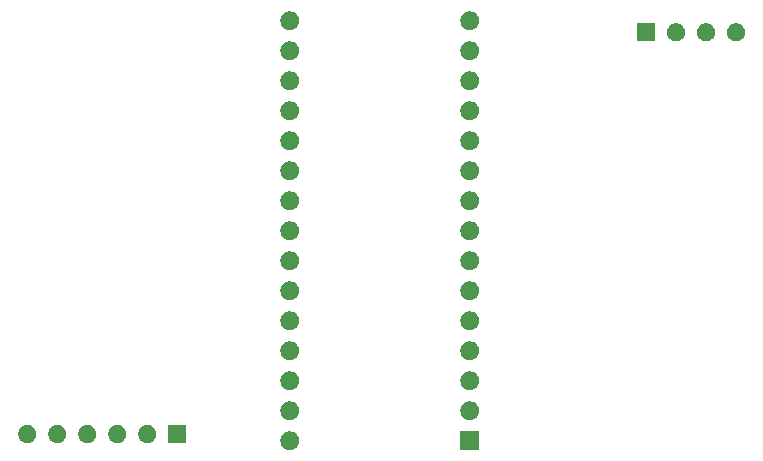
<source format=gts>
G04 #@! TF.GenerationSoftware,KiCad,Pcbnew,9.0.2*
G04 #@! TF.CreationDate,2025-07-10T23:05:19-07:00*
G04 #@! TF.ProjectId,Digi-Clock,44696769-2d43-46c6-9f63-6b2e6b696361,rev?*
G04 #@! TF.SameCoordinates,Original*
G04 #@! TF.FileFunction,Soldermask,Top*
G04 #@! TF.FilePolarity,Negative*
%FSLAX46Y46*%
G04 Gerber Fmt 4.6, Leading zero omitted, Abs format (unit mm)*
G04 Created by KiCad (PCBNEW 9.0.2) date 2025-07-10 23:05:19*
%MOMM*%
%LPD*%
G01*
G04 APERTURE LIST*
G04 APERTURE END LIST*
G36*
X170345000Y-98360000D02*
G01*
X168745000Y-98360000D01*
X168745000Y-96760000D01*
X170345000Y-96760000D01*
X170345000Y-98360000D01*
G37*
G36*
X154537228Y-96794448D02*
G01*
X154682117Y-96854463D01*
X154812515Y-96941592D01*
X154923408Y-97052485D01*
X155010537Y-97182883D01*
X155070552Y-97327772D01*
X155101148Y-97481586D01*
X155101148Y-97638414D01*
X155070552Y-97792228D01*
X155010537Y-97937117D01*
X154923408Y-98067515D01*
X154812515Y-98178408D01*
X154682117Y-98265537D01*
X154537228Y-98325552D01*
X154383414Y-98356148D01*
X154226586Y-98356148D01*
X154072772Y-98325552D01*
X153927883Y-98265537D01*
X153797485Y-98178408D01*
X153686592Y-98067515D01*
X153599463Y-97937117D01*
X153539448Y-97792228D01*
X153508852Y-97638414D01*
X153508852Y-97481586D01*
X153539448Y-97327772D01*
X153599463Y-97182883D01*
X153686592Y-97052485D01*
X153797485Y-96941592D01*
X153927883Y-96854463D01*
X154072772Y-96794448D01*
X154226586Y-96763852D01*
X154383414Y-96763852D01*
X154537228Y-96794448D01*
G37*
G36*
X145560000Y-97770000D02*
G01*
X144020000Y-97770000D01*
X144020000Y-96230000D01*
X145560000Y-96230000D01*
X145560000Y-97770000D01*
G37*
G36*
X132313519Y-96263156D02*
G01*
X132452975Y-96320921D01*
X132578483Y-96404782D01*
X132685218Y-96511517D01*
X132769079Y-96637025D01*
X132826844Y-96776481D01*
X132856292Y-96924527D01*
X132856292Y-97075473D01*
X132826844Y-97223519D01*
X132769079Y-97362975D01*
X132685218Y-97488483D01*
X132578483Y-97595218D01*
X132452975Y-97679079D01*
X132313519Y-97736844D01*
X132165473Y-97766292D01*
X132014527Y-97766292D01*
X131866481Y-97736844D01*
X131727025Y-97679079D01*
X131601517Y-97595218D01*
X131494782Y-97488483D01*
X131410921Y-97362975D01*
X131353156Y-97223519D01*
X131323708Y-97075473D01*
X131323708Y-96924527D01*
X131353156Y-96776481D01*
X131410921Y-96637025D01*
X131494782Y-96511517D01*
X131601517Y-96404782D01*
X131727025Y-96320921D01*
X131866481Y-96263156D01*
X132014527Y-96233708D01*
X132165473Y-96233708D01*
X132313519Y-96263156D01*
G37*
G36*
X134853519Y-96263156D02*
G01*
X134992975Y-96320921D01*
X135118483Y-96404782D01*
X135225218Y-96511517D01*
X135309079Y-96637025D01*
X135366844Y-96776481D01*
X135396292Y-96924527D01*
X135396292Y-97075473D01*
X135366844Y-97223519D01*
X135309079Y-97362975D01*
X135225218Y-97488483D01*
X135118483Y-97595218D01*
X134992975Y-97679079D01*
X134853519Y-97736844D01*
X134705473Y-97766292D01*
X134554527Y-97766292D01*
X134406481Y-97736844D01*
X134267025Y-97679079D01*
X134141517Y-97595218D01*
X134034782Y-97488483D01*
X133950921Y-97362975D01*
X133893156Y-97223519D01*
X133863708Y-97075473D01*
X133863708Y-96924527D01*
X133893156Y-96776481D01*
X133950921Y-96637025D01*
X134034782Y-96511517D01*
X134141517Y-96404782D01*
X134267025Y-96320921D01*
X134406481Y-96263156D01*
X134554527Y-96233708D01*
X134705473Y-96233708D01*
X134853519Y-96263156D01*
G37*
G36*
X137393519Y-96263156D02*
G01*
X137532975Y-96320921D01*
X137658483Y-96404782D01*
X137765218Y-96511517D01*
X137849079Y-96637025D01*
X137906844Y-96776481D01*
X137936292Y-96924527D01*
X137936292Y-97075473D01*
X137906844Y-97223519D01*
X137849079Y-97362975D01*
X137765218Y-97488483D01*
X137658483Y-97595218D01*
X137532975Y-97679079D01*
X137393519Y-97736844D01*
X137245473Y-97766292D01*
X137094527Y-97766292D01*
X136946481Y-97736844D01*
X136807025Y-97679079D01*
X136681517Y-97595218D01*
X136574782Y-97488483D01*
X136490921Y-97362975D01*
X136433156Y-97223519D01*
X136403708Y-97075473D01*
X136403708Y-96924527D01*
X136433156Y-96776481D01*
X136490921Y-96637025D01*
X136574782Y-96511517D01*
X136681517Y-96404782D01*
X136807025Y-96320921D01*
X136946481Y-96263156D01*
X137094527Y-96233708D01*
X137245473Y-96233708D01*
X137393519Y-96263156D01*
G37*
G36*
X139933519Y-96263156D02*
G01*
X140072975Y-96320921D01*
X140198483Y-96404782D01*
X140305218Y-96511517D01*
X140389079Y-96637025D01*
X140446844Y-96776481D01*
X140476292Y-96924527D01*
X140476292Y-97075473D01*
X140446844Y-97223519D01*
X140389079Y-97362975D01*
X140305218Y-97488483D01*
X140198483Y-97595218D01*
X140072975Y-97679079D01*
X139933519Y-97736844D01*
X139785473Y-97766292D01*
X139634527Y-97766292D01*
X139486481Y-97736844D01*
X139347025Y-97679079D01*
X139221517Y-97595218D01*
X139114782Y-97488483D01*
X139030921Y-97362975D01*
X138973156Y-97223519D01*
X138943708Y-97075473D01*
X138943708Y-96924527D01*
X138973156Y-96776481D01*
X139030921Y-96637025D01*
X139114782Y-96511517D01*
X139221517Y-96404782D01*
X139347025Y-96320921D01*
X139486481Y-96263156D01*
X139634527Y-96233708D01*
X139785473Y-96233708D01*
X139933519Y-96263156D01*
G37*
G36*
X142473519Y-96263156D02*
G01*
X142612975Y-96320921D01*
X142738483Y-96404782D01*
X142845218Y-96511517D01*
X142929079Y-96637025D01*
X142986844Y-96776481D01*
X143016292Y-96924527D01*
X143016292Y-97075473D01*
X142986844Y-97223519D01*
X142929079Y-97362975D01*
X142845218Y-97488483D01*
X142738483Y-97595218D01*
X142612975Y-97679079D01*
X142473519Y-97736844D01*
X142325473Y-97766292D01*
X142174527Y-97766292D01*
X142026481Y-97736844D01*
X141887025Y-97679079D01*
X141761517Y-97595218D01*
X141654782Y-97488483D01*
X141570921Y-97362975D01*
X141513156Y-97223519D01*
X141483708Y-97075473D01*
X141483708Y-96924527D01*
X141513156Y-96776481D01*
X141570921Y-96637025D01*
X141654782Y-96511517D01*
X141761517Y-96404782D01*
X141887025Y-96320921D01*
X142026481Y-96263156D01*
X142174527Y-96233708D01*
X142325473Y-96233708D01*
X142473519Y-96263156D01*
G37*
G36*
X154537228Y-94254448D02*
G01*
X154682117Y-94314463D01*
X154812515Y-94401592D01*
X154923408Y-94512485D01*
X155010537Y-94642883D01*
X155070552Y-94787772D01*
X155101148Y-94941586D01*
X155101148Y-95098414D01*
X155070552Y-95252228D01*
X155010537Y-95397117D01*
X154923408Y-95527515D01*
X154812515Y-95638408D01*
X154682117Y-95725537D01*
X154537228Y-95785552D01*
X154383414Y-95816148D01*
X154226586Y-95816148D01*
X154072772Y-95785552D01*
X153927883Y-95725537D01*
X153797485Y-95638408D01*
X153686592Y-95527515D01*
X153599463Y-95397117D01*
X153539448Y-95252228D01*
X153508852Y-95098414D01*
X153508852Y-94941586D01*
X153539448Y-94787772D01*
X153599463Y-94642883D01*
X153686592Y-94512485D01*
X153797485Y-94401592D01*
X153927883Y-94314463D01*
X154072772Y-94254448D01*
X154226586Y-94223852D01*
X154383414Y-94223852D01*
X154537228Y-94254448D01*
G37*
G36*
X169777228Y-94254448D02*
G01*
X169922117Y-94314463D01*
X170052515Y-94401592D01*
X170163408Y-94512485D01*
X170250537Y-94642883D01*
X170310552Y-94787772D01*
X170341148Y-94941586D01*
X170341148Y-95098414D01*
X170310552Y-95252228D01*
X170250537Y-95397117D01*
X170163408Y-95527515D01*
X170052515Y-95638408D01*
X169922117Y-95725537D01*
X169777228Y-95785552D01*
X169623414Y-95816148D01*
X169466586Y-95816148D01*
X169312772Y-95785552D01*
X169167883Y-95725537D01*
X169037485Y-95638408D01*
X168926592Y-95527515D01*
X168839463Y-95397117D01*
X168779448Y-95252228D01*
X168748852Y-95098414D01*
X168748852Y-94941586D01*
X168779448Y-94787772D01*
X168839463Y-94642883D01*
X168926592Y-94512485D01*
X169037485Y-94401592D01*
X169167883Y-94314463D01*
X169312772Y-94254448D01*
X169466586Y-94223852D01*
X169623414Y-94223852D01*
X169777228Y-94254448D01*
G37*
G36*
X154537228Y-91714448D02*
G01*
X154682117Y-91774463D01*
X154812515Y-91861592D01*
X154923408Y-91972485D01*
X155010537Y-92102883D01*
X155070552Y-92247772D01*
X155101148Y-92401586D01*
X155101148Y-92558414D01*
X155070552Y-92712228D01*
X155010537Y-92857117D01*
X154923408Y-92987515D01*
X154812515Y-93098408D01*
X154682117Y-93185537D01*
X154537228Y-93245552D01*
X154383414Y-93276148D01*
X154226586Y-93276148D01*
X154072772Y-93245552D01*
X153927883Y-93185537D01*
X153797485Y-93098408D01*
X153686592Y-92987515D01*
X153599463Y-92857117D01*
X153539448Y-92712228D01*
X153508852Y-92558414D01*
X153508852Y-92401586D01*
X153539448Y-92247772D01*
X153599463Y-92102883D01*
X153686592Y-91972485D01*
X153797485Y-91861592D01*
X153927883Y-91774463D01*
X154072772Y-91714448D01*
X154226586Y-91683852D01*
X154383414Y-91683852D01*
X154537228Y-91714448D01*
G37*
G36*
X169777228Y-91714448D02*
G01*
X169922117Y-91774463D01*
X170052515Y-91861592D01*
X170163408Y-91972485D01*
X170250537Y-92102883D01*
X170310552Y-92247772D01*
X170341148Y-92401586D01*
X170341148Y-92558414D01*
X170310552Y-92712228D01*
X170250537Y-92857117D01*
X170163408Y-92987515D01*
X170052515Y-93098408D01*
X169922117Y-93185537D01*
X169777228Y-93245552D01*
X169623414Y-93276148D01*
X169466586Y-93276148D01*
X169312772Y-93245552D01*
X169167883Y-93185537D01*
X169037485Y-93098408D01*
X168926592Y-92987515D01*
X168839463Y-92857117D01*
X168779448Y-92712228D01*
X168748852Y-92558414D01*
X168748852Y-92401586D01*
X168779448Y-92247772D01*
X168839463Y-92102883D01*
X168926592Y-91972485D01*
X169037485Y-91861592D01*
X169167883Y-91774463D01*
X169312772Y-91714448D01*
X169466586Y-91683852D01*
X169623414Y-91683852D01*
X169777228Y-91714448D01*
G37*
G36*
X154537228Y-89174448D02*
G01*
X154682117Y-89234463D01*
X154812515Y-89321592D01*
X154923408Y-89432485D01*
X155010537Y-89562883D01*
X155070552Y-89707772D01*
X155101148Y-89861586D01*
X155101148Y-90018414D01*
X155070552Y-90172228D01*
X155010537Y-90317117D01*
X154923408Y-90447515D01*
X154812515Y-90558408D01*
X154682117Y-90645537D01*
X154537228Y-90705552D01*
X154383414Y-90736148D01*
X154226586Y-90736148D01*
X154072772Y-90705552D01*
X153927883Y-90645537D01*
X153797485Y-90558408D01*
X153686592Y-90447515D01*
X153599463Y-90317117D01*
X153539448Y-90172228D01*
X153508852Y-90018414D01*
X153508852Y-89861586D01*
X153539448Y-89707772D01*
X153599463Y-89562883D01*
X153686592Y-89432485D01*
X153797485Y-89321592D01*
X153927883Y-89234463D01*
X154072772Y-89174448D01*
X154226586Y-89143852D01*
X154383414Y-89143852D01*
X154537228Y-89174448D01*
G37*
G36*
X169777228Y-89174448D02*
G01*
X169922117Y-89234463D01*
X170052515Y-89321592D01*
X170163408Y-89432485D01*
X170250537Y-89562883D01*
X170310552Y-89707772D01*
X170341148Y-89861586D01*
X170341148Y-90018414D01*
X170310552Y-90172228D01*
X170250537Y-90317117D01*
X170163408Y-90447515D01*
X170052515Y-90558408D01*
X169922117Y-90645537D01*
X169777228Y-90705552D01*
X169623414Y-90736148D01*
X169466586Y-90736148D01*
X169312772Y-90705552D01*
X169167883Y-90645537D01*
X169037485Y-90558408D01*
X168926592Y-90447515D01*
X168839463Y-90317117D01*
X168779448Y-90172228D01*
X168748852Y-90018414D01*
X168748852Y-89861586D01*
X168779448Y-89707772D01*
X168839463Y-89562883D01*
X168926592Y-89432485D01*
X169037485Y-89321592D01*
X169167883Y-89234463D01*
X169312772Y-89174448D01*
X169466586Y-89143852D01*
X169623414Y-89143852D01*
X169777228Y-89174448D01*
G37*
G36*
X154537228Y-86634448D02*
G01*
X154682117Y-86694463D01*
X154812515Y-86781592D01*
X154923408Y-86892485D01*
X155010537Y-87022883D01*
X155070552Y-87167772D01*
X155101148Y-87321586D01*
X155101148Y-87478414D01*
X155070552Y-87632228D01*
X155010537Y-87777117D01*
X154923408Y-87907515D01*
X154812515Y-88018408D01*
X154682117Y-88105537D01*
X154537228Y-88165552D01*
X154383414Y-88196148D01*
X154226586Y-88196148D01*
X154072772Y-88165552D01*
X153927883Y-88105537D01*
X153797485Y-88018408D01*
X153686592Y-87907515D01*
X153599463Y-87777117D01*
X153539448Y-87632228D01*
X153508852Y-87478414D01*
X153508852Y-87321586D01*
X153539448Y-87167772D01*
X153599463Y-87022883D01*
X153686592Y-86892485D01*
X153797485Y-86781592D01*
X153927883Y-86694463D01*
X154072772Y-86634448D01*
X154226586Y-86603852D01*
X154383414Y-86603852D01*
X154537228Y-86634448D01*
G37*
G36*
X169777228Y-86634448D02*
G01*
X169922117Y-86694463D01*
X170052515Y-86781592D01*
X170163408Y-86892485D01*
X170250537Y-87022883D01*
X170310552Y-87167772D01*
X170341148Y-87321586D01*
X170341148Y-87478414D01*
X170310552Y-87632228D01*
X170250537Y-87777117D01*
X170163408Y-87907515D01*
X170052515Y-88018408D01*
X169922117Y-88105537D01*
X169777228Y-88165552D01*
X169623414Y-88196148D01*
X169466586Y-88196148D01*
X169312772Y-88165552D01*
X169167883Y-88105537D01*
X169037485Y-88018408D01*
X168926592Y-87907515D01*
X168839463Y-87777117D01*
X168779448Y-87632228D01*
X168748852Y-87478414D01*
X168748852Y-87321586D01*
X168779448Y-87167772D01*
X168839463Y-87022883D01*
X168926592Y-86892485D01*
X169037485Y-86781592D01*
X169167883Y-86694463D01*
X169312772Y-86634448D01*
X169466586Y-86603852D01*
X169623414Y-86603852D01*
X169777228Y-86634448D01*
G37*
G36*
X154537228Y-84094448D02*
G01*
X154682117Y-84154463D01*
X154812515Y-84241592D01*
X154923408Y-84352485D01*
X155010537Y-84482883D01*
X155070552Y-84627772D01*
X155101148Y-84781586D01*
X155101148Y-84938414D01*
X155070552Y-85092228D01*
X155010537Y-85237117D01*
X154923408Y-85367515D01*
X154812515Y-85478408D01*
X154682117Y-85565537D01*
X154537228Y-85625552D01*
X154383414Y-85656148D01*
X154226586Y-85656148D01*
X154072772Y-85625552D01*
X153927883Y-85565537D01*
X153797485Y-85478408D01*
X153686592Y-85367515D01*
X153599463Y-85237117D01*
X153539448Y-85092228D01*
X153508852Y-84938414D01*
X153508852Y-84781586D01*
X153539448Y-84627772D01*
X153599463Y-84482883D01*
X153686592Y-84352485D01*
X153797485Y-84241592D01*
X153927883Y-84154463D01*
X154072772Y-84094448D01*
X154226586Y-84063852D01*
X154383414Y-84063852D01*
X154537228Y-84094448D01*
G37*
G36*
X169777228Y-84094448D02*
G01*
X169922117Y-84154463D01*
X170052515Y-84241592D01*
X170163408Y-84352485D01*
X170250537Y-84482883D01*
X170310552Y-84627772D01*
X170341148Y-84781586D01*
X170341148Y-84938414D01*
X170310552Y-85092228D01*
X170250537Y-85237117D01*
X170163408Y-85367515D01*
X170052515Y-85478408D01*
X169922117Y-85565537D01*
X169777228Y-85625552D01*
X169623414Y-85656148D01*
X169466586Y-85656148D01*
X169312772Y-85625552D01*
X169167883Y-85565537D01*
X169037485Y-85478408D01*
X168926592Y-85367515D01*
X168839463Y-85237117D01*
X168779448Y-85092228D01*
X168748852Y-84938414D01*
X168748852Y-84781586D01*
X168779448Y-84627772D01*
X168839463Y-84482883D01*
X168926592Y-84352485D01*
X169037485Y-84241592D01*
X169167883Y-84154463D01*
X169312772Y-84094448D01*
X169466586Y-84063852D01*
X169623414Y-84063852D01*
X169777228Y-84094448D01*
G37*
G36*
X154537228Y-81554448D02*
G01*
X154682117Y-81614463D01*
X154812515Y-81701592D01*
X154923408Y-81812485D01*
X155010537Y-81942883D01*
X155070552Y-82087772D01*
X155101148Y-82241586D01*
X155101148Y-82398414D01*
X155070552Y-82552228D01*
X155010537Y-82697117D01*
X154923408Y-82827515D01*
X154812515Y-82938408D01*
X154682117Y-83025537D01*
X154537228Y-83085552D01*
X154383414Y-83116148D01*
X154226586Y-83116148D01*
X154072772Y-83085552D01*
X153927883Y-83025537D01*
X153797485Y-82938408D01*
X153686592Y-82827515D01*
X153599463Y-82697117D01*
X153539448Y-82552228D01*
X153508852Y-82398414D01*
X153508852Y-82241586D01*
X153539448Y-82087772D01*
X153599463Y-81942883D01*
X153686592Y-81812485D01*
X153797485Y-81701592D01*
X153927883Y-81614463D01*
X154072772Y-81554448D01*
X154226586Y-81523852D01*
X154383414Y-81523852D01*
X154537228Y-81554448D01*
G37*
G36*
X169777228Y-81554448D02*
G01*
X169922117Y-81614463D01*
X170052515Y-81701592D01*
X170163408Y-81812485D01*
X170250537Y-81942883D01*
X170310552Y-82087772D01*
X170341148Y-82241586D01*
X170341148Y-82398414D01*
X170310552Y-82552228D01*
X170250537Y-82697117D01*
X170163408Y-82827515D01*
X170052515Y-82938408D01*
X169922117Y-83025537D01*
X169777228Y-83085552D01*
X169623414Y-83116148D01*
X169466586Y-83116148D01*
X169312772Y-83085552D01*
X169167883Y-83025537D01*
X169037485Y-82938408D01*
X168926592Y-82827515D01*
X168839463Y-82697117D01*
X168779448Y-82552228D01*
X168748852Y-82398414D01*
X168748852Y-82241586D01*
X168779448Y-82087772D01*
X168839463Y-81942883D01*
X168926592Y-81812485D01*
X169037485Y-81701592D01*
X169167883Y-81614463D01*
X169312772Y-81554448D01*
X169466586Y-81523852D01*
X169623414Y-81523852D01*
X169777228Y-81554448D01*
G37*
G36*
X154537228Y-79014448D02*
G01*
X154682117Y-79074463D01*
X154812515Y-79161592D01*
X154923408Y-79272485D01*
X155010537Y-79402883D01*
X155070552Y-79547772D01*
X155101148Y-79701586D01*
X155101148Y-79858414D01*
X155070552Y-80012228D01*
X155010537Y-80157117D01*
X154923408Y-80287515D01*
X154812515Y-80398408D01*
X154682117Y-80485537D01*
X154537228Y-80545552D01*
X154383414Y-80576148D01*
X154226586Y-80576148D01*
X154072772Y-80545552D01*
X153927883Y-80485537D01*
X153797485Y-80398408D01*
X153686592Y-80287515D01*
X153599463Y-80157117D01*
X153539448Y-80012228D01*
X153508852Y-79858414D01*
X153508852Y-79701586D01*
X153539448Y-79547772D01*
X153599463Y-79402883D01*
X153686592Y-79272485D01*
X153797485Y-79161592D01*
X153927883Y-79074463D01*
X154072772Y-79014448D01*
X154226586Y-78983852D01*
X154383414Y-78983852D01*
X154537228Y-79014448D01*
G37*
G36*
X169777228Y-79014448D02*
G01*
X169922117Y-79074463D01*
X170052515Y-79161592D01*
X170163408Y-79272485D01*
X170250537Y-79402883D01*
X170310552Y-79547772D01*
X170341148Y-79701586D01*
X170341148Y-79858414D01*
X170310552Y-80012228D01*
X170250537Y-80157117D01*
X170163408Y-80287515D01*
X170052515Y-80398408D01*
X169922117Y-80485537D01*
X169777228Y-80545552D01*
X169623414Y-80576148D01*
X169466586Y-80576148D01*
X169312772Y-80545552D01*
X169167883Y-80485537D01*
X169037485Y-80398408D01*
X168926592Y-80287515D01*
X168839463Y-80157117D01*
X168779448Y-80012228D01*
X168748852Y-79858414D01*
X168748852Y-79701586D01*
X168779448Y-79547772D01*
X168839463Y-79402883D01*
X168926592Y-79272485D01*
X169037485Y-79161592D01*
X169167883Y-79074463D01*
X169312772Y-79014448D01*
X169466586Y-78983852D01*
X169623414Y-78983852D01*
X169777228Y-79014448D01*
G37*
G36*
X154537228Y-76474448D02*
G01*
X154682117Y-76534463D01*
X154812515Y-76621592D01*
X154923408Y-76732485D01*
X155010537Y-76862883D01*
X155070552Y-77007772D01*
X155101148Y-77161586D01*
X155101148Y-77318414D01*
X155070552Y-77472228D01*
X155010537Y-77617117D01*
X154923408Y-77747515D01*
X154812515Y-77858408D01*
X154682117Y-77945537D01*
X154537228Y-78005552D01*
X154383414Y-78036148D01*
X154226586Y-78036148D01*
X154072772Y-78005552D01*
X153927883Y-77945537D01*
X153797485Y-77858408D01*
X153686592Y-77747515D01*
X153599463Y-77617117D01*
X153539448Y-77472228D01*
X153508852Y-77318414D01*
X153508852Y-77161586D01*
X153539448Y-77007772D01*
X153599463Y-76862883D01*
X153686592Y-76732485D01*
X153797485Y-76621592D01*
X153927883Y-76534463D01*
X154072772Y-76474448D01*
X154226586Y-76443852D01*
X154383414Y-76443852D01*
X154537228Y-76474448D01*
G37*
G36*
X169777228Y-76474448D02*
G01*
X169922117Y-76534463D01*
X170052515Y-76621592D01*
X170163408Y-76732485D01*
X170250537Y-76862883D01*
X170310552Y-77007772D01*
X170341148Y-77161586D01*
X170341148Y-77318414D01*
X170310552Y-77472228D01*
X170250537Y-77617117D01*
X170163408Y-77747515D01*
X170052515Y-77858408D01*
X169922117Y-77945537D01*
X169777228Y-78005552D01*
X169623414Y-78036148D01*
X169466586Y-78036148D01*
X169312772Y-78005552D01*
X169167883Y-77945537D01*
X169037485Y-77858408D01*
X168926592Y-77747515D01*
X168839463Y-77617117D01*
X168779448Y-77472228D01*
X168748852Y-77318414D01*
X168748852Y-77161586D01*
X168779448Y-77007772D01*
X168839463Y-76862883D01*
X168926592Y-76732485D01*
X169037485Y-76621592D01*
X169167883Y-76534463D01*
X169312772Y-76474448D01*
X169466586Y-76443852D01*
X169623414Y-76443852D01*
X169777228Y-76474448D01*
G37*
G36*
X154537228Y-73934448D02*
G01*
X154682117Y-73994463D01*
X154812515Y-74081592D01*
X154923408Y-74192485D01*
X155010537Y-74322883D01*
X155070552Y-74467772D01*
X155101148Y-74621586D01*
X155101148Y-74778414D01*
X155070552Y-74932228D01*
X155010537Y-75077117D01*
X154923408Y-75207515D01*
X154812515Y-75318408D01*
X154682117Y-75405537D01*
X154537228Y-75465552D01*
X154383414Y-75496148D01*
X154226586Y-75496148D01*
X154072772Y-75465552D01*
X153927883Y-75405537D01*
X153797485Y-75318408D01*
X153686592Y-75207515D01*
X153599463Y-75077117D01*
X153539448Y-74932228D01*
X153508852Y-74778414D01*
X153508852Y-74621586D01*
X153539448Y-74467772D01*
X153599463Y-74322883D01*
X153686592Y-74192485D01*
X153797485Y-74081592D01*
X153927883Y-73994463D01*
X154072772Y-73934448D01*
X154226586Y-73903852D01*
X154383414Y-73903852D01*
X154537228Y-73934448D01*
G37*
G36*
X169777228Y-73934448D02*
G01*
X169922117Y-73994463D01*
X170052515Y-74081592D01*
X170163408Y-74192485D01*
X170250537Y-74322883D01*
X170310552Y-74467772D01*
X170341148Y-74621586D01*
X170341148Y-74778414D01*
X170310552Y-74932228D01*
X170250537Y-75077117D01*
X170163408Y-75207515D01*
X170052515Y-75318408D01*
X169922117Y-75405537D01*
X169777228Y-75465552D01*
X169623414Y-75496148D01*
X169466586Y-75496148D01*
X169312772Y-75465552D01*
X169167883Y-75405537D01*
X169037485Y-75318408D01*
X168926592Y-75207515D01*
X168839463Y-75077117D01*
X168779448Y-74932228D01*
X168748852Y-74778414D01*
X168748852Y-74621586D01*
X168779448Y-74467772D01*
X168839463Y-74322883D01*
X168926592Y-74192485D01*
X169037485Y-74081592D01*
X169167883Y-73994463D01*
X169312772Y-73934448D01*
X169466586Y-73903852D01*
X169623414Y-73903852D01*
X169777228Y-73934448D01*
G37*
G36*
X154537228Y-71394448D02*
G01*
X154682117Y-71454463D01*
X154812515Y-71541592D01*
X154923408Y-71652485D01*
X155010537Y-71782883D01*
X155070552Y-71927772D01*
X155101148Y-72081586D01*
X155101148Y-72238414D01*
X155070552Y-72392228D01*
X155010537Y-72537117D01*
X154923408Y-72667515D01*
X154812515Y-72778408D01*
X154682117Y-72865537D01*
X154537228Y-72925552D01*
X154383414Y-72956148D01*
X154226586Y-72956148D01*
X154072772Y-72925552D01*
X153927883Y-72865537D01*
X153797485Y-72778408D01*
X153686592Y-72667515D01*
X153599463Y-72537117D01*
X153539448Y-72392228D01*
X153508852Y-72238414D01*
X153508852Y-72081586D01*
X153539448Y-71927772D01*
X153599463Y-71782883D01*
X153686592Y-71652485D01*
X153797485Y-71541592D01*
X153927883Y-71454463D01*
X154072772Y-71394448D01*
X154226586Y-71363852D01*
X154383414Y-71363852D01*
X154537228Y-71394448D01*
G37*
G36*
X169777228Y-71394448D02*
G01*
X169922117Y-71454463D01*
X170052515Y-71541592D01*
X170163408Y-71652485D01*
X170250537Y-71782883D01*
X170310552Y-71927772D01*
X170341148Y-72081586D01*
X170341148Y-72238414D01*
X170310552Y-72392228D01*
X170250537Y-72537117D01*
X170163408Y-72667515D01*
X170052515Y-72778408D01*
X169922117Y-72865537D01*
X169777228Y-72925552D01*
X169623414Y-72956148D01*
X169466586Y-72956148D01*
X169312772Y-72925552D01*
X169167883Y-72865537D01*
X169037485Y-72778408D01*
X168926592Y-72667515D01*
X168839463Y-72537117D01*
X168779448Y-72392228D01*
X168748852Y-72238414D01*
X168748852Y-72081586D01*
X168779448Y-71927772D01*
X168839463Y-71782883D01*
X168926592Y-71652485D01*
X169037485Y-71541592D01*
X169167883Y-71454463D01*
X169312772Y-71394448D01*
X169466586Y-71363852D01*
X169623414Y-71363852D01*
X169777228Y-71394448D01*
G37*
G36*
X154537228Y-68854448D02*
G01*
X154682117Y-68914463D01*
X154812515Y-69001592D01*
X154923408Y-69112485D01*
X155010537Y-69242883D01*
X155070552Y-69387772D01*
X155101148Y-69541586D01*
X155101148Y-69698414D01*
X155070552Y-69852228D01*
X155010537Y-69997117D01*
X154923408Y-70127515D01*
X154812515Y-70238408D01*
X154682117Y-70325537D01*
X154537228Y-70385552D01*
X154383414Y-70416148D01*
X154226586Y-70416148D01*
X154072772Y-70385552D01*
X153927883Y-70325537D01*
X153797485Y-70238408D01*
X153686592Y-70127515D01*
X153599463Y-69997117D01*
X153539448Y-69852228D01*
X153508852Y-69698414D01*
X153508852Y-69541586D01*
X153539448Y-69387772D01*
X153599463Y-69242883D01*
X153686592Y-69112485D01*
X153797485Y-69001592D01*
X153927883Y-68914463D01*
X154072772Y-68854448D01*
X154226586Y-68823852D01*
X154383414Y-68823852D01*
X154537228Y-68854448D01*
G37*
G36*
X169777228Y-68854448D02*
G01*
X169922117Y-68914463D01*
X170052515Y-69001592D01*
X170163408Y-69112485D01*
X170250537Y-69242883D01*
X170310552Y-69387772D01*
X170341148Y-69541586D01*
X170341148Y-69698414D01*
X170310552Y-69852228D01*
X170250537Y-69997117D01*
X170163408Y-70127515D01*
X170052515Y-70238408D01*
X169922117Y-70325537D01*
X169777228Y-70385552D01*
X169623414Y-70416148D01*
X169466586Y-70416148D01*
X169312772Y-70385552D01*
X169167883Y-70325537D01*
X169037485Y-70238408D01*
X168926592Y-70127515D01*
X168839463Y-69997117D01*
X168779448Y-69852228D01*
X168748852Y-69698414D01*
X168748852Y-69541586D01*
X168779448Y-69387772D01*
X168839463Y-69242883D01*
X168926592Y-69112485D01*
X169037485Y-69001592D01*
X169167883Y-68914463D01*
X169312772Y-68854448D01*
X169466586Y-68823852D01*
X169623414Y-68823852D01*
X169777228Y-68854448D01*
G37*
G36*
X154537228Y-66314448D02*
G01*
X154682117Y-66374463D01*
X154812515Y-66461592D01*
X154923408Y-66572485D01*
X155010537Y-66702883D01*
X155070552Y-66847772D01*
X155101148Y-67001586D01*
X155101148Y-67158414D01*
X155070552Y-67312228D01*
X155010537Y-67457117D01*
X154923408Y-67587515D01*
X154812515Y-67698408D01*
X154682117Y-67785537D01*
X154537228Y-67845552D01*
X154383414Y-67876148D01*
X154226586Y-67876148D01*
X154072772Y-67845552D01*
X153927883Y-67785537D01*
X153797485Y-67698408D01*
X153686592Y-67587515D01*
X153599463Y-67457117D01*
X153539448Y-67312228D01*
X153508852Y-67158414D01*
X153508852Y-67001586D01*
X153539448Y-66847772D01*
X153599463Y-66702883D01*
X153686592Y-66572485D01*
X153797485Y-66461592D01*
X153927883Y-66374463D01*
X154072772Y-66314448D01*
X154226586Y-66283852D01*
X154383414Y-66283852D01*
X154537228Y-66314448D01*
G37*
G36*
X169777228Y-66314448D02*
G01*
X169922117Y-66374463D01*
X170052515Y-66461592D01*
X170163408Y-66572485D01*
X170250537Y-66702883D01*
X170310552Y-66847772D01*
X170341148Y-67001586D01*
X170341148Y-67158414D01*
X170310552Y-67312228D01*
X170250537Y-67457117D01*
X170163408Y-67587515D01*
X170052515Y-67698408D01*
X169922117Y-67785537D01*
X169777228Y-67845552D01*
X169623414Y-67876148D01*
X169466586Y-67876148D01*
X169312772Y-67845552D01*
X169167883Y-67785537D01*
X169037485Y-67698408D01*
X168926592Y-67587515D01*
X168839463Y-67457117D01*
X168779448Y-67312228D01*
X168748852Y-67158414D01*
X168748852Y-67001586D01*
X168779448Y-66847772D01*
X168839463Y-66702883D01*
X168926592Y-66572485D01*
X169037485Y-66461592D01*
X169167883Y-66374463D01*
X169312772Y-66314448D01*
X169466586Y-66283852D01*
X169623414Y-66283852D01*
X169777228Y-66314448D01*
G37*
G36*
X154537228Y-63774448D02*
G01*
X154682117Y-63834463D01*
X154812515Y-63921592D01*
X154923408Y-64032485D01*
X155010537Y-64162883D01*
X155070552Y-64307772D01*
X155101148Y-64461586D01*
X155101148Y-64618414D01*
X155070552Y-64772228D01*
X155010537Y-64917117D01*
X154923408Y-65047515D01*
X154812515Y-65158408D01*
X154682117Y-65245537D01*
X154537228Y-65305552D01*
X154383414Y-65336148D01*
X154226586Y-65336148D01*
X154072772Y-65305552D01*
X153927883Y-65245537D01*
X153797485Y-65158408D01*
X153686592Y-65047515D01*
X153599463Y-64917117D01*
X153539448Y-64772228D01*
X153508852Y-64618414D01*
X153508852Y-64461586D01*
X153539448Y-64307772D01*
X153599463Y-64162883D01*
X153686592Y-64032485D01*
X153797485Y-63921592D01*
X153927883Y-63834463D01*
X154072772Y-63774448D01*
X154226586Y-63743852D01*
X154383414Y-63743852D01*
X154537228Y-63774448D01*
G37*
G36*
X169777228Y-63774448D02*
G01*
X169922117Y-63834463D01*
X170052515Y-63921592D01*
X170163408Y-64032485D01*
X170250537Y-64162883D01*
X170310552Y-64307772D01*
X170341148Y-64461586D01*
X170341148Y-64618414D01*
X170310552Y-64772228D01*
X170250537Y-64917117D01*
X170163408Y-65047515D01*
X170052515Y-65158408D01*
X169922117Y-65245537D01*
X169777228Y-65305552D01*
X169623414Y-65336148D01*
X169466586Y-65336148D01*
X169312772Y-65305552D01*
X169167883Y-65245537D01*
X169037485Y-65158408D01*
X168926592Y-65047515D01*
X168839463Y-64917117D01*
X168779448Y-64772228D01*
X168748852Y-64618414D01*
X168748852Y-64461586D01*
X168779448Y-64307772D01*
X168839463Y-64162883D01*
X168926592Y-64032485D01*
X169037485Y-63921592D01*
X169167883Y-63834463D01*
X169312772Y-63774448D01*
X169466586Y-63743852D01*
X169623414Y-63743852D01*
X169777228Y-63774448D01*
G37*
G36*
X185260000Y-63770000D02*
G01*
X183720000Y-63770000D01*
X183720000Y-62230000D01*
X185260000Y-62230000D01*
X185260000Y-63770000D01*
G37*
G36*
X187253519Y-62263156D02*
G01*
X187392975Y-62320921D01*
X187518483Y-62404782D01*
X187625218Y-62511517D01*
X187709079Y-62637025D01*
X187766844Y-62776481D01*
X187796292Y-62924527D01*
X187796292Y-63075473D01*
X187766844Y-63223519D01*
X187709079Y-63362975D01*
X187625218Y-63488483D01*
X187518483Y-63595218D01*
X187392975Y-63679079D01*
X187253519Y-63736844D01*
X187105473Y-63766292D01*
X186954527Y-63766292D01*
X186806481Y-63736844D01*
X186667025Y-63679079D01*
X186541517Y-63595218D01*
X186434782Y-63488483D01*
X186350921Y-63362975D01*
X186293156Y-63223519D01*
X186263708Y-63075473D01*
X186263708Y-62924527D01*
X186293156Y-62776481D01*
X186350921Y-62637025D01*
X186434782Y-62511517D01*
X186541517Y-62404782D01*
X186667025Y-62320921D01*
X186806481Y-62263156D01*
X186954527Y-62233708D01*
X187105473Y-62233708D01*
X187253519Y-62263156D01*
G37*
G36*
X189793519Y-62263156D02*
G01*
X189932975Y-62320921D01*
X190058483Y-62404782D01*
X190165218Y-62511517D01*
X190249079Y-62637025D01*
X190306844Y-62776481D01*
X190336292Y-62924527D01*
X190336292Y-63075473D01*
X190306844Y-63223519D01*
X190249079Y-63362975D01*
X190165218Y-63488483D01*
X190058483Y-63595218D01*
X189932975Y-63679079D01*
X189793519Y-63736844D01*
X189645473Y-63766292D01*
X189494527Y-63766292D01*
X189346481Y-63736844D01*
X189207025Y-63679079D01*
X189081517Y-63595218D01*
X188974782Y-63488483D01*
X188890921Y-63362975D01*
X188833156Y-63223519D01*
X188803708Y-63075473D01*
X188803708Y-62924527D01*
X188833156Y-62776481D01*
X188890921Y-62637025D01*
X188974782Y-62511517D01*
X189081517Y-62404782D01*
X189207025Y-62320921D01*
X189346481Y-62263156D01*
X189494527Y-62233708D01*
X189645473Y-62233708D01*
X189793519Y-62263156D01*
G37*
G36*
X192333519Y-62263156D02*
G01*
X192472975Y-62320921D01*
X192598483Y-62404782D01*
X192705218Y-62511517D01*
X192789079Y-62637025D01*
X192846844Y-62776481D01*
X192876292Y-62924527D01*
X192876292Y-63075473D01*
X192846844Y-63223519D01*
X192789079Y-63362975D01*
X192705218Y-63488483D01*
X192598483Y-63595218D01*
X192472975Y-63679079D01*
X192333519Y-63736844D01*
X192185473Y-63766292D01*
X192034527Y-63766292D01*
X191886481Y-63736844D01*
X191747025Y-63679079D01*
X191621517Y-63595218D01*
X191514782Y-63488483D01*
X191430921Y-63362975D01*
X191373156Y-63223519D01*
X191343708Y-63075473D01*
X191343708Y-62924527D01*
X191373156Y-62776481D01*
X191430921Y-62637025D01*
X191514782Y-62511517D01*
X191621517Y-62404782D01*
X191747025Y-62320921D01*
X191886481Y-62263156D01*
X192034527Y-62233708D01*
X192185473Y-62233708D01*
X192333519Y-62263156D01*
G37*
G36*
X154537228Y-61234448D02*
G01*
X154682117Y-61294463D01*
X154812515Y-61381592D01*
X154923408Y-61492485D01*
X155010537Y-61622883D01*
X155070552Y-61767772D01*
X155101148Y-61921586D01*
X155101148Y-62078414D01*
X155070552Y-62232228D01*
X155010537Y-62377117D01*
X154923408Y-62507515D01*
X154812515Y-62618408D01*
X154682117Y-62705537D01*
X154537228Y-62765552D01*
X154383414Y-62796148D01*
X154226586Y-62796148D01*
X154072772Y-62765552D01*
X153927883Y-62705537D01*
X153797485Y-62618408D01*
X153686592Y-62507515D01*
X153599463Y-62377117D01*
X153539448Y-62232228D01*
X153508852Y-62078414D01*
X153508852Y-61921586D01*
X153539448Y-61767772D01*
X153599463Y-61622883D01*
X153686592Y-61492485D01*
X153797485Y-61381592D01*
X153927883Y-61294463D01*
X154072772Y-61234448D01*
X154226586Y-61203852D01*
X154383414Y-61203852D01*
X154537228Y-61234448D01*
G37*
G36*
X169777228Y-61234448D02*
G01*
X169922117Y-61294463D01*
X170052515Y-61381592D01*
X170163408Y-61492485D01*
X170250537Y-61622883D01*
X170310552Y-61767772D01*
X170341148Y-61921586D01*
X170341148Y-62078414D01*
X170310552Y-62232228D01*
X170250537Y-62377117D01*
X170163408Y-62507515D01*
X170052515Y-62618408D01*
X169922117Y-62705537D01*
X169777228Y-62765552D01*
X169623414Y-62796148D01*
X169466586Y-62796148D01*
X169312772Y-62765552D01*
X169167883Y-62705537D01*
X169037485Y-62618408D01*
X168926592Y-62507515D01*
X168839463Y-62377117D01*
X168779448Y-62232228D01*
X168748852Y-62078414D01*
X168748852Y-61921586D01*
X168779448Y-61767772D01*
X168839463Y-61622883D01*
X168926592Y-61492485D01*
X169037485Y-61381592D01*
X169167883Y-61294463D01*
X169312772Y-61234448D01*
X169466586Y-61203852D01*
X169623414Y-61203852D01*
X169777228Y-61234448D01*
G37*
M02*

</source>
